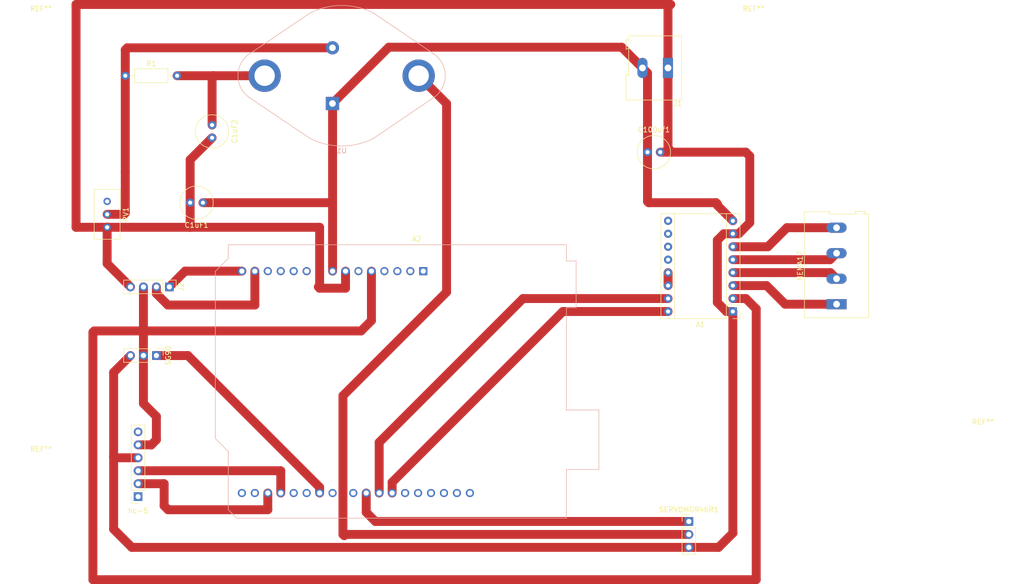
<source format=kicad_pcb>
(kicad_pcb (version 20211014) (generator pcbnew)
  (layers (0 "F.Cu" signal) (31 "B.Cu" signal) (34 "B.Paste" user) (35 "F.Paste" user) (36 "B.SilkS" user "B.Silkscreen") (37 "F.SilkS" user "F.Silkscreen") (38 "B.Mask" user) (39 "F.Mask" user) (44 "Edge.Cuts" user))
  (net 0 "")
  (net 5 "Net-(A1-Pad13)")
  (net 10 "Net-(A1-Pad3)")
  (net 15 "Net-(A1-Pad4)")
  (net 16 "Net-(A1-Pad5)")
  (net 21 "Net-(A1-Pad6)")
  (net 24 "A4")
  (net 31 "Net-(R1-Pad1)")
  (net 33 "7V")
  (net 36 "GND")
  (net 37 "+5V")
  (net 38 "+12V")
  (net 39 "A5")
  (net 40 "Net-(A2-Pad17)")
  (net 41 "Net-(A2-Pad18)")
  (net 42 "SG90")
  (net 43 "step")
  (net 44 "dir")
  (net 45 "servo MG946R")
  (footprint "Capacitor_THT:C_Radial_D6.3mm_H11.0mm_P2.50mm" (layer "F.Cu") (at 172.232 55.118)
    (fp_text reference "C100uf1" (at 1.25 -4.4) (layer "F.SilkS"))
    (fp_text value "C_Polarized")
    (fp_circle (center 1.25 0) (end 4.52 0) (layer "F.SilkS") (width 0.12) (fill none))
    (pad "1" thru_hole circle (at 0 0) (size 1.6 1.6) (drill 0.8) (layers *.Cu *.Mask) (net 38 "+12V"))
    (pad "2" thru_hole circle (at 2.5 0) (size 1.6 1.6) (drill 0.8) (layers *.Cu *.Mask) (net 36 "GND"))
  )
  (footprint "Capacitor_THT:C_Radial_D6.3mm_H11.0mm_P2.50mm" (layer "F.Cu") (at 85.07 65.024 180)
    (fp_text reference "C1uF1" (at 1.25 -4.4) (layer "F.SilkS"))
    (fp_text value "C_Polarized")
    (fp_circle (center 1.25 0) (end 4.52 0) (layer "F.SilkS") (width 0.12) (fill none))
    (pad "1" thru_hole circle (at 0 0 180) (size 1.6 1.6) (drill 0.8) (layers *.Cu *.Mask) (net 38 "+12V"))
    (pad "2" thru_hole circle (at 2.5 0 180) (size 1.6 1.6) (drill 0.8) (layers *.Cu *.Mask) (net 36 "GND"))
  )
  (footprint "Potentiometer_THT:Potentiometer_Bourns_3296W_Vertical" (layer "F.Cu") (at 66.294 69.85 -90)
    (fp_text reference "RV1" (at -2.54 -3.66 90) (layer "F.SilkS"))
    (fp_text value "R_Potentiometer 5K")
    (fp_line (start -7.425 -2.53) (end 2.345 -2.53) (layer "F.SilkS") (width 0.12))
    (fp_line (start 2.345 -2.53) (end 2.345 2.54) (layer "F.SilkS") (width 0.12))
    (fp_line (start -7.425 -2.53) (end -7.425 2.54) (layer "F.SilkS") (width 0.12))
    (fp_line (start -7.425 2.54) (end 2.345 2.54) (layer "F.SilkS") (width 0.12))
    (pad "1" thru_hole circle (at 0 0 270) (size 1.44 1.44) (drill 0.8) (layers *.Cu *.Mask) (net 36 "GND"))
    (pad "2" thru_hole circle (at -2.54 0 270) (size 1.44 1.44) (drill 0.8) (layers *.Cu *.Mask) (net 31 "Net-(R1-Pad1)"))
    (pad "3" thru_hole circle (at -5.08 0 270) (size 1.44 1.44) (drill 0.8) (layers *.Cu *.Mask))
  )
  (footprint "Resistor_THT:R_Axial_DIN0207_L6.3mm_D2.5mm_P10.16mm_Horizontal" (layer "F.Cu") (at 69.85 40.132)
    (fp_text reference "R1" (at 5.08 -2.37) (layer "F.SilkS"))
    (fp_text value "680ohm")
    (fp_line (start 1.04 0) (end 1.81 0) (layer "F.SilkS") (width 0.12))
    (fp_line (start 1.81 1.37) (end 8.35 1.37) (layer "F.SilkS") (width 0.12))
    (fp_line (start 8.35 -1.37) (end 1.81 -1.37) (layer "F.SilkS") (width 0.12))
    (fp_line (start 1.81 -1.37) (end 1.81 1.37) (layer "F.SilkS") (width 0.12))
    (fp_line (start 9.12 0) (end 8.35 0) (layer "F.SilkS") (width 0.12))
    (fp_line (start 8.35 1.37) (end 8.35 -1.37) (layer "F.SilkS") (width 0.12))
    (pad "1" thru_hole circle (at 0 0) (size 1.6 1.6) (drill 0.8) (layers *.Cu *.Mask) (net 31 "Net-(R1-Pad1)"))
    (pad "2" thru_hole oval (at 10.16 0) (size 1.6 1.6) (drill 0.8) (layers *.Cu *.Mask) (net 33 "7V"))
  )
  (footprint "MountingHole:MountingHole_2.5mm" (layer "F.Cu") (at 53.34 116.84)
    (fp_text reference "REF**" (at 0 -3.5) (layer "F.SilkS"))
    (fp_text value "MountingHole_2.5mm")
    (pad "" np_thru_hole circle (at 0 0) (size 2.5 2.5) (drill 2.5) (layers *.Cu *.Mask))
  )
  (footprint "Connector_PinSocket_2.54mm:PinSocket_1x06_P2.54mm_Vertical" (layer "F.Cu") (at 72.365 122.657 180)
    (fp_text reference "hc-5" (at 0 -2.77) (layer "F.SilkS"))
    (fp_text value "Conn_01x06_Female")
    (fp_line (start -1.33 1.27) (end 1.33 1.27) (layer "F.SilkS") (width 0.12))
    (fp_line (start 1.33 -1.33) (end 1.33 0) (layer "F.SilkS") (width 0.12))
    (fp_line (start 1.33 1.27) (end 1.33 14.03) (layer "F.SilkS") (width 0.12))
    (fp_line (start -1.33 1.27) (end -1.33 14.03) (layer "F.SilkS") (width 0.12))
    (fp_line (start -1.33 14.03) (end 1.33 14.03) (layer "F.SilkS") (width 0.12))
    (fp_line (start 0 -1.33) (end 1.33 -1.33) (layer "F.SilkS") (width 0.12))
    (pad "1" thru_hole rect (at 0 0 180) (size 1.7 1.7) (drill 1) (layers *.Cu *.Mask))
    (pad "2" thru_hole oval (at 0 2.54 180) (size 1.7 1.7) (drill 1) (layers *.Cu *.Mask) (net 40 "Net-(A2-Pad17)"))
    (pad "3" thru_hole oval (at 0 5.08 180) (size 1.7 1.7) (drill 1) (layers *.Cu *.Mask) (net 41 "Net-(A2-Pad18)"))
    (pad "4" thru_hole oval (at 0 7.62 180) (size 1.7 1.7) (drill 1) (layers *.Cu *.Mask) (net 36 "GND"))
    (pad "5" thru_hole oval (at 0 10.16 180) (size 1.7 1.7) (drill 1) (layers *.Cu *.Mask) (net 37 "+5V"))
    (pad "6" thru_hole oval (at 0 12.7 180) (size 1.7 1.7) (drill 1) (layers *.Cu *.Mask))
  )
  (footprint "MountingHole:MountingHole_2.5mm" (layer "F.Cu") (at 193.04 30.48)
    (fp_text reference "REF**" (at 0 -3.5) (layer "F.SilkS"))
    (fp_text value "MountingHole_2.5mm")
    (pad "" np_thru_hole circle (at 0 0) (size 2.5 2.5) (drill 2.5) (layers *.Cu *.Mask))
  )
  (footprint "TerminalBlock:TerminalBlock_Altech_AK300-4_P5.00mm" (layer "F.Cu") (at 209.296 84.93 90)
    (fp_text reference "NEMA17" (at 7.5 -7.15 90) (layer "F.SilkS"))
    (fp_text value "Conn_01x04_Female")
    (fp_line (start 17.65 5.35) (end 17.65 6.3) (layer "F.SilkS") (width 0.12))
    (fp_line (start 18.15 -6.3) (end 18.15 -1.25) (layer "F.SilkS") (width 0.12))
    (fp_line (start 17.65 6.3) (end -2.65 6.3) (layer "F.SilkS") (width 0.12))
    (fp_line (start 17.65 3.9) (end 18.2 3.6) (layer "F.SilkS") (width 0.12))
    (fp_line (start -2.65 6.3) (end -2.65 -6.3) (layer "F.SilkS") (width 0.12))
    (fp_line (start 17.65 -1.5) (end 17.65 3.9) (layer "F.SilkS") (width 0.12))
    (fp_line (start 18.15 -1.25) (end 17.65 -1.5) (layer "F.SilkS") (width 0.12))
    (fp_line (start 18.2 3.6) (end 18.2 5.65) (layer "F.SilkS") (width 0.12))
    (fp_line (start 18.2 5.65) (end 17.65 5.35) (layer "F.SilkS") (width 0.12))
    (fp_line (start -2.65 -6.3) (end 18.15 -6.3) (layer "F.SilkS") (width 0.12))
    (pad "1" thru_hole rect (at 0 0 90) (size 1.98 3.96) (drill 1.32) (layers *.Cu *.Mask) (net 10 "Net-(A1-Pad3)"))
    (pad "2" thru_hole oval (at 5 0 90) (size 1.98 3.96) (drill 1.32) (layers *.Cu *.Mask) (net 15 "Net-(A1-Pad4)"))
    (pad "3" thru_hole oval (at 10 0 90) (size 1.98 3.96) (drill 1.32) (layers *.Cu *.Mask) (net 16 "Net-(A1-Pad5)"))
    (pad "4" thru_hole oval (at 15 0 90) (size 1.98 3.96) (drill 1.32) (layers *.Cu *.Mask) (net 21 "Net-(A1-Pad6)"))
  )
  (footprint "Connector_PinHeader_2.54mm:PinHeader_1x04_P2.54mm_Vertical" (layer "F.Cu") (at 78.486 81.534 -90)
    (fp_text reference "J2" (at 0 -2.33 90) (layer "F.SilkS"))
    (fp_text value "Conn_01x04_Male")
    (fp_line (start -1.33 8.95) (end 1.33 8.95) (layer "F.SilkS") (width 0.12))
    (fp_line (start -1.33 1.27) (end 1.33 1.27) (layer "F.SilkS") (width 0.12))
    (fp_line (start -1.33 0) (end -1.33 -1.33) (layer "F.SilkS") (width 0.12))
    (fp_line (start -1.33 1.27) (end -1.33 8.95) (layer "F.SilkS") (width 0.12))
    (fp_line (start 1.33 1.27) (end 1.33 8.95) (layer "F.SilkS") (width 0.12))
    (fp_line (start -1.33 -1.33) (end 0 -1.33) (layer "F.SilkS") (width 0.12))
    (pad "1" thru_hole rect (at 0 0 270) (size 1.7 1.7) (drill 1) (layers *.Cu *.Mask) (net 39 "A5"))
    (pad "2" thru_hole oval (at 0 2.54 270) (size 1.7 1.7) (drill 1) (layers *.Cu *.Mask) (net 24 "A4"))
    (pad "3" thru_hole oval (at 0 5.08 270) (size 1.7 1.7) (drill 1) (layers *.Cu *.Mask) (net 37 "+5V"))
    (pad "4" thru_hole oval (at 0 7.62 270) (size 1.7 1.7) (drill 1) (layers *.Cu *.Mask) (net 36 "GND"))
  )
  (footprint "Capacitor_THT:C_Radial_D6.3mm_H11.0mm_P2.50mm" (layer "F.Cu") (at 86.868 49.804 -90)
    (fp_text reference "C1uF2" (at 1.25 -4.4 90) (layer "F.SilkS"))
    (fp_text value "C_Polarized")
    (fp_circle (center 1.25 0) (end 4.52 0) (layer "F.SilkS") (width 0.12) (fill none))
    (pad "1" thru_hole circle (at 0 0 270) (size 1.6 1.6) (drill 0.8) (layers *.Cu *.Mask) (net 33 "7V"))
    (pad "2" thru_hole circle (at 2.5 0 270) (size 1.6 1.6) (drill 0.8) (layers *.Cu *.Mask) (net 36 "GND"))
  )
  (footprint "Module:Pololu_Breakout-16_15.2x20.3mm" (layer "F.Cu") (at 188.966 86.36 180)
    (fp_text reference "A1" (at 6.35 -2.54) (layer "F.SilkS"))
    (fp_text value "Pololu_Breakout_A4988")
    (fp_line (start 1.27 1.27) (end -1.4 1.27) (layer "F.SilkS") (width 0.12))
    (fp_line (start 11.43 -1.4) (end 11.43 19.18) (layer "F.SilkS") (width 0.12))
    (fp_line (start 14.1 -1.4) (end 1.27 -1.4) (layer "F.SilkS") (width 0.12))
    (fp_line (start -1.4 -1.4) (end -1.4 0) (layer "F.SilkS") (width 0.12))
    (fp_line (start -1.4 19.18) (end 14.1 19.18) (layer "F.SilkS") (width 0.12))
    (fp_line (start 14.1 19.18) (end 14.1 -1.4) (layer "F.SilkS") (width 0.12))
    (fp_line (start -1.4 1.27) (end -1.4 19.18) (layer "F.SilkS") (width 0.12))
    (fp_line (start 1.27 -1.4) (end 1.27 1.27) (layer "F.SilkS") (width 0.12))
    (fp_line (start 1.27 1.27) (end 1.27 19.18) (layer "F.SilkS") (width 0.12))
    (fp_line (start 0 -1.4) (end -1.4 -1.4) (layer "F.SilkS") (width 0.12))
    (pad "1" thru_hole rect (at 0 0 180) (size 1.6 1.6) (drill 0.8) (layers *.Cu *.Mask) (net 36 "GND"))
    (pad "2" thru_hole oval (at 0 2.54 180) (size 1.6 1.6) (drill 0.8) (layers *.Cu *.Mask) (net 37 "+5V"))
    (pad "3" thru_hole oval (at 0 5.08 180) (size 1.6 1.6) (drill 0.8) (layers *.Cu *.Mask) (net 10 "Net-(A1-Pad3)"))
    (pad "4" thru_hole oval (at 0 7.62 180) (size 1.6 1.6) (drill 0.8) (layers *.Cu *.Mask) (net 15 "Net-(A1-Pad4)"))
    (pad "5" thru_hole oval (at 0 10.16 180) (size 1.6 1.6) (drill 0.8) (layers *.Cu *.Mask) (net 16 "Net-(A1-Pad5)"))
    (pad "6" thru_hole oval (at 0 12.7 180) (size 1.6 1.6) (drill 0.8) (layers *.Cu *.Mask) (net 21 "Net-(A1-Pad6)"))
    (pad "7" thru_hole oval (at 0 15.24 180) (size 1.6 1.6) (drill 0.8) (layers *.Cu *.Mask) (net 36 "GND"))
    (pad "8" thru_hole oval (at 0 17.78 180) (size 1.6 1.6) (drill 0.8) (layers *.Cu *.Mask) (net 38 "+12V"))
    (pad "9" thru_hole oval (at 12.7 17.78 180) (size 1.6 1.6) (drill 0.8) (layers *.Cu *.Mask))
    (pad "10" thru_hole oval (at 12.7 15.24 180) (size 1.6 1.6) (drill 0.8) (layers *.Cu *.Mask))
    (pad "11" thru_hole oval (at 12.7 12.7 180) (size 1.6 1.6) (drill 0.8) (layers *.Cu *.Mask))
    (pad "12" thru_hole oval (at 12.7 10.16 180) (size 1.6 1.6) (drill 0.8) (layers *.Cu *.Mask))
    (pad "13" thru_hole oval (at 12.7 7.62 180) (size 1.6 1.6) (drill 0.8) (layers *.Cu *.Mask) (net 5 "Net-(A1-Pad13)"))
    (pad "14" thru_hole oval (at 12.7 5.08 180) (size 1.6 1.6) (drill 0.8) (layers *.Cu *.Mask) (net 5 "Net-(A1-Pad13)"))
    (pad "15" thru_hole oval (at 12.7 2.54 180) (size 1.6 1.6) (drill 0.8) (layers *.Cu *.Mask) (net 43 "step"))
    (pad "16" thru_hole oval (at 12.7 0 180) (size 1.6 1.6) (drill 0.8) (layers *.Cu *.Mask) (net 44 "dir"))
  )
  (footprint "Connector_PinHeader_2.54mm:PinHeader_1x03_P2.54mm_Vertical" (layer "F.Cu") (at 180.34 127.523)
    (fp_text reference "SERVOMG946R1" (at 0 -2.33) (layer "F.SilkS"))
    (fp_text value "Conn_01x03_Male")
    (fp_line (start -1.33 -1.33) (end 0 -1.33) (layer "F.SilkS") (width 0.12))
    (fp_line (start -1.33 0) (end -1.33 -1.33) (layer "F.SilkS") (width 0.12))
    (fp_line (start 1.33 1.27) (end 1.33 6.41) (layer "F.SilkS") (width 0.12))
    (fp_line (start -1.33 6.41) (end 1.33 6.41) (layer "F.SilkS") (width 0.12))
    (fp_line (start -1.33 1.27) (end 1.33 1.27) (layer "F.SilkS") (width 0.12))
    (fp_line (start -1.33 1.27) (end -1.33 6.41) (layer "F.SilkS") (width 0.12))
    (pad "1" thru_hole rect (at 0 0) (size 1.7 1.7) (drill 1) (layers *.Cu *.Mask) (net 45 "servo MG946R"))
    (pad "2" thru_hole oval (at 0 2.54) (size 1.7 1.7) (drill 1) (layers *.Cu *.Mask) (net 33 "7V"))
    (pad "3" thru_hole oval (at 0 5.08) (size 1.7 1.7) (drill 1) (layers *.Cu *.Mask) (net 36 "GND"))
  )
  (footprint "MountingHole:MountingHole_2.5mm" (layer "F.Cu") (at 53.34 30.48)
    (fp_text reference "REF**" (at 0 -3.5) (layer "F.SilkS"))
    (fp_text value "MountingHole_2.5mm")
    (pad "" np_thru_hole circle (at 0 0) (size 2.5 2.5) (drill 2.5) (layers *.Cu *.Mask))
  )
  (footprint "MountingHole:MountingHole_2.5mm" (layer "F.Cu") (at 237.998 111.506)
    (fp_text reference "REF**" (at 0 -3.5) (layer "F.SilkS"))
    (fp_text value "MountingHole_2.5mm")
    (pad "" np_thru_hole circle (at 0 0) (size 2.5 2.5) (drill 2.5) (layers *.Cu *.Mask))
  )
  (footprint "Connector_PinHeader_2.54mm:PinHeader_1x03_P2.54mm_Vertical" (layer "F.Cu") (at 75.946 94.996 -90)
    (fp_text reference "SG90" (at 0 -2.33 90) (layer "F.SilkS"))
    (fp_text value "Conn_01x03_Male")
    (fp_line (start -1.33 1.27) (end 1.33 1.27) (layer "F.SilkS") (width 0.12))
    (fp_line (start -1.33 6.41) (end 1.33 6.41) (layer "F.SilkS") (width 0.12))
    (fp_line (start -1.33 -1.33) (end 0 -1.33) (layer "F.SilkS") (width 0.12))
    (fp_line (start -1.33 0) (end -1.33 -1.33) (layer "F.SilkS") (width 0.12))
    (fp_line (start 1.33 1.27) (end 1.33 6.41) (layer "F.SilkS") (width 0.12))
    (fp_line (start -1.33 1.27) (end -1.33 6.41) (layer "F.SilkS") (width 0.12))
    (pad "1" thru_hole rect (at 0 0 270) (size 1.7 1.7) (drill 1) (layers *.Cu *.Mask) (net 42 "SG90"))
    (pad "2" thru_hole oval (at 0 2.54 270) (size 1.7 1.7) (drill 1) (layers *.Cu *.Mask) (net 37 "+5V"))
    (pad "3" thru_hole oval (at 0 5.08 270) (size 1.7 1.7) (drill 1) (layers *.Cu *.Mask) (net 36 "GND"))
  )
  (footprint "TerminalBlock:TerminalBlock_Altech_AK300-2_P5.00mm" (layer "F.Cu") (at 176.247 38.608 180)
    (fp_text reference "J1" (at -1.92 -6.99) (layer "F.SilkS"))
    (fp_text value "Conn_01x02")
    (fp_line (start 8.2 3.7) (end 8.2 3.65) (layer "F.SilkS") (width 0.12))
    (fp_line (start 7.7 6.3) (end 7.7 5.35) (layer "F.SilkS") (width 0.12))
    (fp_line (start 8.2 -1.2) (end 8.2 -6.3) (layer "F.SilkS") (width 0.12))
    (fp_line (start 7.7 -1.5) (end 8.2 -1.2) (layer "F.SilkS") (width 0.12))
    (fp_line (start 7.7 5.35) (end 8.2 5.6) (layer "F.SilkS") (width 0.12))
    (fp_line (start 8.2 5.6) (end 8.2 3.7) (layer "F.SilkS") (width 0.12))
    (fp_line (start 7.7 3.9) (end 7.7 -1.5) (layer "F.SilkS") (width 0.12))
    (fp_line (start -2.65 -6.3) (end -2.65 6.3) (layer "F.SilkS") (width 0.12))
    (fp_line (start 8.2 -6.3) (end -2.65 -6.3) (layer "F.SilkS") (width 0.12))
    (fp_line (start 8.2 3.65) (end 7.7 3.9) (layer "F.SilkS") (width 0.12))
    (fp_line (start -2.65 6.3) (end 7.7 6.3) (layer "F.SilkS") (width 0.12))
    (pad "1" thru_hole rect (at 0 0 180) (size 1.98 3.96) (drill 1.32) (layers *.Cu *.Mask) (net 36 "GND"))
    (pad "2" thru_hole oval (at 5 0 180) (size 1.98 3.96) (drill 1.32) (layers *.Cu *.Mask) (net 38 "+12V"))
  )
  (footprint "Package_TO_SOT_THT:TO-3-nuevo" (layer "B.Cu") (at 110.468 45.582)
    (fp_text reference "U1" (at 1.8 9.25) (layer "B.SilkS") (effects (justify mirror)))
    (fp_text value "LM337_TO3")
    (fp_line (start 8.1 6.8) (end 19.9 -1.2) (layer "B.SilkS") (width 0.12))
    (fp_line (start 8.1 -17.7) (end 19.9 -9.7) (layer "B.SilkS") (width 0.12))
    (fp_line (start -4.3 -17.8) (end -16.3 -9.7) (layer "B.SilkS") (width 0.12))
    (fp_line (start -4.3 6.9) (end -16.2 -1.1) (layer "B.SilkS") (width 0.12))
    (fp_arc (start -4.3 -17.8) (mid 1.971643 -19.223273) (end 8.20587 -17.644152) (layer "B.SilkS") (width 0.12))
    (fp_arc (start -16.2 -1.1) (mid -18.527843 -5.403471) (end -16.276967 -9.747694) (layer "B.SilkS") (width 0.12))
    (fp_arc (start 8.20587 6.744152) (mid 1.971643 8.323273) (end -4.3 6.9) (layer "B.SilkS") (width 0.12))
    (fp_arc (start 19.747176 -9.803859) (mid 22.101343 -5.542388) (end 19.9 -1.2) (layer "B.SilkS") (width 0.12))
    (pad "1" thru_hole circle (at 0 -10.92) (size 2.6 2.6) (drill 1.3) (layers *.Cu *.Mask) (net 31 "Net-(R1-Pad1)"))
    (pad "2" thru_hole circle (at -13.3 -5.45) (size 6.35 6.35) (drill 4) (layers *.Cu *.Mask) (net 33 "7V"))
    (pad "2" thru_hole circle (at 16.9 -5.45) (size 6.35 6.35) (drill 4) (layers *.Cu *.Mask) (net 33 "7V"))
    (pad "3" thru_hole rect (at 0 0) (size 2.6 2.6) (drill 1.3) (layers *.Cu *.Mask) (net 38 "+12V"))
  )
  (footprint "Module:Arduino_UNO_R3 modificado" (layer "B.Cu") (at 128.27 75.946 180)
    (fp_text reference "A2" (at 1.27 3.81) (layer "F.SilkS"))
    (fp_text value "Arduino_UNO_R3")
    (fp_line (start -28.07 -41.4) (end -28.07 -50.93) (layer "B.SilkS") (width 0.12))
    (fp_line (start -34.42 -29.72) (end -34.42 -41.4) (layer "B.SilkS") (width 0.12))
    (fp_line (start -28.07 -9.65) (end -28.07 -29.72) (layer "B.SilkS") (width 0.12))
    (fp_line (start -28.07 -29.72) (end -34.42 -29.72) (layer "B.SilkS") (width 0.12))
    (fp_line (start 38.23 -49.28) (end 38.23 -37.85) (layer "B.SilkS") (width 0.12))
    (fp_line (start 38.23 0) (end 38.23 2.67) (layer "B.SilkS") (width 0.12))
    (fp_line (start -28.07 -50.93) (end 36.58 -50.93) (layer "B.SilkS") (width 0.12))
    (fp_line (start 40.77 -2.54) (end 38.23 0) (layer "B.SilkS") (width 0.12))
    (fp_line (start -29.97 -9.65) (end -28.07 -9.65) (layer "B.SilkS") (width 0.12))
    (fp_line (start 36.58 -50.93) (end 38.23 -49.28) (layer "B.SilkS") (width 0.12))
    (fp_line (start 38.23 -37.85) (end 40.77 -35.31) (layer "B.SilkS") (width 0.12))
    (fp_line (start -29.97 -0.51) (end -29.97 -9.65) (layer "B.SilkS") (width 0.12))
    (fp_line (start 38.23 2.67) (end -28.07 2.67) (layer "B.SilkS") (width 0.12))
    (fp_line (start 40.77 -35.31) (end 40.77 -2.54) (layer "B.SilkS") (width 0.12))
    (fp_line (start -28.07 2.67) (end -28.07 -0.51) (layer "B.SilkS") (width 0.12))
    (fp_line (start -34.42 -41.4) (end -28.07 -41.4) (layer "B.SilkS") (width 0.12))
    (fp_line (start -28.07 -0.51) (end -29.97 -0.51) (layer "B.SilkS") (width 0.12))
    (pad "1" thru_hole rect (at 0 -2.5 90) (size 1.6 1.6) (drill 1) (layers *.Cu *.Mask))
    (pad "2" thru_hole oval (at 2.54 -2.5 90) (size 1.6 1.6) (drill 1) (layers *.Cu *.Mask))
    (pad "3" thru_hole oval (at 5.08 -2.5 90) (size 1.6 1.6) (drill 1) (layers *.Cu *.Mask))
    (pad "4" thru_hole oval (at 7.62 -2.5 90) (size 1.6 1.6) (drill 1) (layers *.Cu *.Mask))
    (pad "5" thru_hole oval (at 10.16 -2.5 90) (size 1.6 1.6) (drill 1) (layers *.Cu *.Mask) (net 37 "+5V"))
    (pad "6" thru_hole oval (at 12.7 -2.5 90) (size 1.6 1.6) (drill 1) (layers *.Cu *.Mask) (net 36 "GND"))
    (pad "7" thru_hole oval (at 15.24 -2.5 90) (size 1.6 1.6) (drill 1) (layers *.Cu *.Mask) (net 36 "GND"))
    (pad "8" thru_hole oval (at 17.78 -2.5 90) (size 1.6 1.6) (drill 1) (layers *.Cu *.Mask) (net 38 "+12V"))
    (pad "9" thru_hole oval (at 22.86 -2.5 90) (size 1.6 1.6) (drill 1) (layers *.Cu *.Mask))
    (pad "10" thru_hole oval (at 25.4 -2.5 90) (size 1.6 1.6) (drill 1) (layers *.Cu *.Mask))
    (pad "11" thru_hole oval (at 27.94 -2.5 90) (size 1.6 1.6) (drill 1) (layers *.Cu *.Mask))
    (pad "12" thru_hole oval (at 30.48 -2.5 90) (size 1.6 1.6) (drill 1) (layers *.Cu *.Mask))
    (pad "13" thru_hole oval (at 33.02 -2.5 90) (size 1.6 1.6) (drill 1) (layers *.Cu *.Mask) (net 24 "A4"))
    (pad "14" thru_hole oval (at 35.56 -2.5 90) (size 1.6 1.6) (drill 1) (layers *.Cu *.Mask) (net 39 "A5"))
    (pad "15" thru_hole oval (at 35.56 -46 90) (size 1.6 1.6) (drill 1) (layers *.Cu *.Mask))
    (pad "16" thru_hole oval (at 33.02 -46 90) (size 1.6 1.6) (drill 1) (layers *.Cu *.Mask))
    (pad "17" thru_hole oval (at 30.48 -46 90) (size 1.6 1.6) (drill 1) (layers *.Cu *.Mask) (net 40 "Net-(A2-Pad17)"))
    (pad "18" thru_hole oval (at 27.94 -46 90) (size 1.6 1.6) (drill 1) (layers *.Cu *.Mask) (net 41 "Net-(A2-Pad18)"))
    (pad "19" thru_hole oval (at 25.4 -46 90) (size 1.6 1.6) (drill 1) (layers *.Cu *.Mask))
    (pad "20" thru_hole oval (at 22.86 -46 90) (size 1.6 1.6) (drill 1) (layers *.Cu *.Mask))
    (pad "21" thru_hole oval (at 20.32 -46 90) (size 1.6 1.6) (drill 1) (layers *.Cu *.Mask) (net 42 "SG90"))
    (pad "22" thru_hole oval (at 17.78 -46 90) (size 1.6 1.6) (drill 1) (layers *.Cu *.Mask))
    (pad "23" thru_hole oval (at 13.72 -46 90) (size 1.6 1.6) (drill 1) (layers *.Cu *.Mask))
    (pad "24" thru_hole oval (at 11.18 -46 90) (size 1.6 1.6) (drill 1) (layers *.Cu *.Mask) (net 45 "servo MG946R"))
    (pad "25" thru_hole oval (at 8.64 -46 90) (size 1.6 1.6) (drill 1) (layers *.Cu *.Mask) (net 43 "step"))
    (pad "26" thru_hole oval (at 6.1 -46 90) (size 1.6 1.6) (drill 1) (layers *.Cu *.Mask) (net 44 "dir"))
    (pad "27" thru_hole oval (at 3.56 -46 90) (size 1.6 1.6) (drill 1) (layers *.Cu *.Mask))
    (pad "28" thru_hole oval (at 1.02 -46 90) (size 1.6 1.6) (drill 1) (layers *.Cu *.Mask))
    (pad "29" thru_hole oval (at -1.52 -46 90) (size 1.6 1.6) (drill 1) (layers *.Cu *.Mask))
    (pad "30" thru_hole oval (at -4.06 -46 90) (size 1.6 1.6) (drill 1) (layers *.Cu *.Mask))
    (pad "31" thru_hole oval (at -6.6 -46 90) (size 1.6 1.6) (drill 1) (layers *.Cu *.Mask))
    (pad "32" thru_hole oval (at -9.14 -46 90) (size 1.6 1.6) (drill 1) (layers *.Cu *.Mask))
  )
  (segment (start 176.266 78.74) (end 176.266 81.28) (width 1.75) (layer "F.Cu") (net 5))
  (segment (start 209.296 84.93) (end 199.23 84.93) (width 1.75) (layer "F.Cu") (net 10))
  (segment (start 199.23 84.93) (end 195.58 81.28) (width 1.75) (layer "F.Cu") (net 10))
  (segment (start 195.58 81.28) (end 188.966 81.28) (width 1.75) (layer "F.Cu") (net 10))
  (segment (start 188.966 78.74) (end 208.106 78.74) (width 1.75) (layer "F.Cu") (net 15))
  (segment (start 208.106 78.74) (end 209.296 79.93) (width 1.75) (layer "F.Cu") (net 15))
  (segment (start 208.026 76.2) (end 209.296 74.93) (width 1.75) (layer "F.Cu") (net 16))
  (segment (start 188.966 76.2) (end 208.026 76.2) (width 1.75) (layer "F.Cu") (net 16))
  (segment (start 199.564 69.93) (end 209.296 69.93) (width 1.75) (layer "F.Cu") (net 21))
  (segment (start 188.966 73.66) (end 195.834 73.66) (width 1.75) (layer "F.Cu") (net 21))
  (segment (start 195.834 73.66) (end 199.564 69.93) (width 1.75) (layer "F.Cu") (net 21))
  (segment (start 95.25 85.09) (end 95.25 78.446) (width 1.75) (layer "F.Cu") (net 24))
  (segment (start 75.946 82.844) (end 78.192 85.09) (width 1.75) (layer "F.Cu") (net 24))
  (segment (start 78.192 85.09) (end 95.25 85.09) (width 1.75) (layer "F.Cu") (net 24))
  (segment (start 75.946 81.534) (end 75.946 82.844) (width 1.75) (layer "F.Cu") (net 24))
  (segment (start 66.294 67.31) (end 69.596 67.31) (width 1.75) (layer "F.Cu") (net 31))
  (segment (start 110.468 34.662) (end 70.24 34.662) (width 1.75) (layer "F.Cu") (net 31))
  (segment (start 69.85 35.052) (end 69.85 40.132) (width 1.75) (layer "F.Cu") (net 31))
  (segment (start 69.85 67.056) (end 69.85 58.928) (width 1.75) (layer "F.Cu") (net 31))
  (segment (start 69.85 40.132) (end 69.85 58.928) (width 1.75) (layer "F.Cu") (net 31))
  (segment (start 69.596 67.31) (end 69.85 67.056) (width 1.75) (layer "F.Cu") (net 31))
  (segment (start 70.24 34.662) (end 69.85 35.052) (width 1.75) (layer "F.Cu") (net 31))
  (segment (start 113.015 130.063) (end 112.776 130.302) (width 1.75) (layer "F.Cu") (net 33))
  (segment (start 132.842 45.606) (end 127.368 40.132) (width 1.75) (layer "F.Cu") (net 33))
  (segment (start 97.168 40.132) (end 87.122 40.132) (width 1.75) (layer "F.Cu") (net 33))
  (segment (start 112.522 102.87) (end 132.842 82.55) (width 1.75) (layer "F.Cu") (net 33))
  (segment (start 112.522 130.048) (end 112.522 102.87) (width 1.75) (layer "F.Cu") (net 33))
  (segment (start 112.776 130.302) (end 112.522 130.048) (width 1.75) (layer "F.Cu") (net 33))
  (segment (start 86.868 40.386) (end 87.122 40.132) (width 1.75) (layer "F.Cu") (net 33))
  (segment (start 180.34 130.063) (end 113.015 130.063) (width 1.75) (layer "F.Cu") (net 33))
  (segment (start 87.122 40.132) (end 80.01 40.132) (width 1.75) (layer "F.Cu") (net 33))
  (segment (start 132.842 82.55) (end 132.842 45.606) (width 1.75) (layer "F.Cu") (net 33))
  (segment (start 86.868 49.804) (end 86.868 40.386) (width 1.75) (layer "F.Cu") (net 33))
  (segment (start 107.95 69.85) (end 82.55 69.85) (width 1.75) (layer "F.Cu") (net 36))
  (segment (start 186.167 132.603) (end 188.976 129.794) (width 1.75) (layer "F.Cu") (net 36))
  (segment (start 107.95 81.788) (end 107.696 81.534) (width 1.75) (layer "F.Cu") (net 36))
  (segment (start 67.564 114.808) (end 67.793 115.037) (width 1.75) (layer "F.Cu") (net 36))
  (segment (start 176.247 54.327) (end 176.247 38.608) (width 1.75) (layer "F.Cu") (net 36))
  (segment (start 60.198 26.162) (end 60.198 69.85) (width 1.75) (layer "F.Cu") (net 36))
  (segment (start 176.784 26.162) (end 60.198 26.162) (width 1.75) (layer "F.Cu") (net 36))
  (segment (start 188.966 129.784) (end 188.966 86.36) (width 1.75) (layer "F.Cu") (net 36))
  (segment (start 177.038 55.118) (end 174.732 55.118) (width 1.75) (layer "F.Cu") (net 36))
  (segment (start 188.966 86.36) (end 187.706 86.36) (width 1.75) (layer "F.Cu") (net 36))
  (segment (start 66.294 69.85) (end 66.294 76.962) (width 1.75) (layer "F.Cu") (net 36))
  (segment (start 185.928 84.582) (end 185.928 72.39) (width 1.75) (layer "F.Cu") (net 36))
  (segment (start 86.868 52.304) (end 82.57 56.602) (width 1.75) (layer "F.Cu") (net 36))
  (segment (start 67.564 98.298) (end 67.564 114.808) (width 1.75) (layer "F.Cu") (net 36))
  (segment (start 67.564 129.032) (end 67.564 114.808) (width 1.75) (layer "F.Cu") (net 36))
  (segment (start 66.314 69.83) (end 66.294 69.85) (width 1.75) (layer "F.Cu") (net 36))
  (segment (start 71.135 132.603) (end 67.564 129.032) (width 1.75) (layer "F.Cu") (net 36))
  (segment (start 188.976 129.794) (end 188.966 129.784) (width 1.75) (layer "F.Cu") (net 36))
  (segment (start 185.928 72.39) (end 187.198 71.12) (width 1.75) (layer "F.Cu") (net 36))
  (segment (start 176.247 26.699) (end 176.784 26.162) (width 1.75) (layer "F.Cu") (net 36))
  (segment (start 70.866 94.996) (end 67.564 98.298) (width 1.75) (layer "F.Cu") (net 36))
  (segment (start 107.95 81.788) (end 107.95 69.85) (width 1.75) (layer "F.Cu") (net 36))
  (segment (start 82.55 69.85) (end 66.294 69.85) (width 1.75) (layer "F.Cu") (net 36))
  (segment (start 60.198 69.85) (end 66.294 69.85) (width 1.75) (layer "F.Cu") (net 36))
  (segment (start 191.516 55.118) (end 177.038 55.118) (width 1.75) (layer "F.Cu") (net 36))
  (segment (start 176.247 38.608) (end 176.247 26.699) (width 1.75) (layer "F.Cu") (net 36))
  (segment (start 180.34 132.603) (end 71.135 132.603) (width 1.75) (layer "F.Cu") (net 36))
  (segment (start 187.198 71.12) (end 188.966 71.12) (width 1.75) (layer "F.Cu") (net 36))
  (segment (start 190.09737 71.12) (end 192.278 68.93937) (width 1.75) (layer "F.Cu") (net 36))
  (segment (start 187.706 86.36) (end 185.928 84.582) (width 1.75) (layer "F.Cu") (net 36))
  (segment (start 113.03 81.788) (end 107.95 81.788) (width 1.75) (layer "F.Cu") (net 36))
  (segment (start 82.57 69.83) (end 82.55 69.85) (width 1.75) (layer "F.Cu") (net 36))
  (segment (start 67.793 115.037) (end 72.365 115.037) (width 1.75) (layer "F.Cu") (net 36))
  (segment (start 113.03 78.446) (end 113.03 81.788) (width 1.75) (layer "F.Cu") (net 36))
  (segment (start 180.34 132.603) (end 186.167 132.603) (width 1.75) (layer "F.Cu") (net 36))
  (segment (start 82.57 56.602) (end 82.57 65.024) (width 1.75) (layer "F.Cu") (net 36))
  (segment (start 192.278 68.93937) (end 192.278 55.88) (width 1.75) (layer "F.Cu") (net 36))
  (segment (start 192.278 55.88) (end 191.516 55.118) (width 1.75) (layer "F.Cu") (net 36))
  (segment (start 188.966 71.12) (end 190.09737 71.12) (width 1.75) (layer "F.Cu") (net 36))
  (segment (start 177.038 55.118) (end 176.247 54.327) (width 1.75) (layer "F.Cu") (net 36))
  (segment (start 66.294 76.962) (end 70.866 81.534) (width 1.75) (layer "F.Cu") (net 36))
  (segment (start 82.57 69.83) (end 82.57 65.024) (width 1.75) (layer "F.Cu") (net 36))
  (segment (start 73.406 81.534) (end 73.406 90.17) (width 1.75) (layer "F.Cu") (net 37))
  (segment (start 118.11 88.138) (end 118.11 78.446) (width 1.75) (layer "F.Cu") (net 37))
  (segment (start 75.946 111.506) (end 75.946 106.934) (width 1.75) (layer "F.Cu") (net 37))
  (segment (start 73.406 104.394) (end 73.406 94.996) (width 1.75) (layer "F.Cu") (net 37))
  (segment (start 63.5 90.424) (end 63.754 90.17) (width 1.75) (layer "F.Cu") (net 37))
  (segment (start 72.365 112.497) (end 74.905 112.497) (width 1.75) (layer "F.Cu") (net 37))
  (segment (start 191.516 83.82) (end 193.548 85.852) (width 1.75) (layer "F.Cu") (net 37))
  (segment (start 116.078 90.17) (end 118.11 88.138) (width 1.75) (layer "F.Cu") (net 37))
  (segment (start 74.93 112.522) (end 75.946 111.506) (width 1.75) (layer "F.Cu") (net 37))
  (segment (start 74.905 112.497) (end 74.93 112.522) (width 1.75) (layer "F.Cu") (net 37))
  (segment (start 73.406 90.17) (end 116.078 90.17) (width 1.75) (layer "F.Cu") (net 37))
  (segment (start 63.5 138.938) (end 63.5 90.424) (width 1.75) (layer "F.Cu") (net 37))
  (segment (start 73.406 90.17) (end 73.406 94.996) (width 1.75) (layer "F.Cu") (net 37))
  (segment (start 193.548 138.938) (end 63.5 138.938) (width 1.75) (layer "F.Cu") (net 37))
  (segment (start 75.946 106.934) (end 73.406 104.394) (width 1.75) (layer "F.Cu") (net 37))
  (segment (start 188.966 83.82) (end 191.516 83.82) (width 1.75) (layer "F.Cu") (net 37))
  (segment (start 63.754 90.17) (end 73.406 90.17) (width 1.75) (layer "F.Cu") (net 37))
  (segment (start 193.548 85.852) (end 193.548 138.938) (width 1.75) (layer "F.Cu") (net 37))
  (segment (start 110.49 78.446) (end 110.49 65.024) (width 1.75) (layer "F.Cu") (net 38))
  (segment (start 110.468 45.582) (end 121.506 34.544) (width 1.75) (layer "F.Cu") (net 38))
  (segment (start 185.928 65.278) (end 185.674 65.024) (width 1.75) (layer "F.Cu") (net 38))
  (segment (start 85.07 65.024) (end 110.49 65.024) (width 1.75) (layer "F.Cu") (net 38))
  (segment (start 172.466 65.024) (end 172.232 64.79) (width 1.75) (layer "F.Cu") (net 38))
  (segment (start 110.49 65.024) (end 110.49 45.604) (width 1.75) (layer "F.Cu") (net 38))
  (segment (start 172.232 39.593) (end 171.247 38.608) (width 1.75) (layer "F.Cu") (net 38))
  (segment (start 185.674 65.024) (end 172.466 65.024) (width 1.75) (layer "F.Cu") (net 38))
  (segment (start 172.232 55.118) (end 172.232 39.593) (width 1.75) (layer "F.Cu") (net 38))
  (segment (start 110.49 45.604) (end 110.468 45.582) (width 1.75) (layer "F.Cu") (net 38))
  (segment (start 121.506 34.544) (end 167.183 34.544) (width 1.75) (layer "F.Cu") (net 38))
  (segment (start 172.232 64.79) (end 172.232 55.118) (width 1.75) (layer "F.Cu") (net 38))
  (segment (start 167.183 34.544) (end 171.247 38.608) (width 1.75) (layer "F.Cu") (net 38))
  (segment (start 188.966 68.58) (end 185.928 65.542) (width 1.75) (layer "F.Cu") (net 38))
  (segment (start 185.928 65.542) (end 185.928 65.278) (width 1.75) (layer "F.Cu") (net 38))
  (segment (start 81.574 78.446) (end 78.486 81.534) (width 1.75) (layer "F.Cu") (net 39))
  (segment (start 92.71 78.446) (end 81.574 78.446) (width 1.75) (layer "F.Cu") (net 39))
  (segment (start 77.47 124.46) (end 77.47 120.142) (width 1.75) (layer "F.Cu") (net 40))
  (segment (start 77.445 120.117) (end 72.365 120.117) (width 1.75) (layer "F.Cu") (net 40))
  (segment (start 97.79 125.222) (end 78.232 125.222) (width 1.75) (layer "F.Cu") (net 40))
  (segment (start 77.47 120.142) (end 77.445 120.117) (width 1.75) (layer "F.Cu") (net 40))
  (segment (start 78.232 125.222) (end 77.47 124.46) (width 1.75) (layer "F.Cu") (net 40))
  (segment (start 97.79 121.946) (end 97.79 125.222) (width 1.75) (layer "F.Cu") (net 40))
  (segment (start 100.33 117.602) (end 100.33 121.946) (width 1.75) (layer "F.Cu") (net 41))
  (segment (start 100.305 117.577) (end 100.33 117.602) (width 1.75) (layer "F.Cu") (net 41))
  (segment (start 72.365 117.577) (end 100.305 117.577) (width 1.75) (layer "F.Cu") (net 41))
  (segment (start 107.95 120.81463) (end 82.13137 94.996) (width 1.75) (layer "F.Cu") (net 42))
  (segment (start 82.13137 94.996) (end 75.946 94.996) (width 1.75) (layer "F.Cu") (net 42))
  (segment (start 107.95 121.946) (end 107.95 120.81463) (width 1.75) (layer "F.Cu") (net 42))
  (segment (start 147.828 83.82) (end 119.63 112.018) (width 1.75) (layer "F.Cu") (net 43))
  (segment (start 176.266 83.82) (end 147.828 83.82) (width 1.75) (layer "F.Cu") (net 43))
  (segment (start 119.63 112.018) (end 119.63 121.946) (width 1.75) (layer "F.Cu") (net 43))
  (segment (start 122.17 119.833235) (end 122.17 121.946) (width 1.75) (layer "F.Cu") (net 44))
  (segment (start 176.266 86.36) (end 155.643235 86.36) (width 1.75) (layer "F.Cu") (net 44))
  (segment (start 155.643235 86.36) (end 122.17 119.833235) (width 1.75) (layer "F.Cu") (net 44))
  (segment (start 117.09 125.726) (end 117.09 121.946) (width 1.75) (layer "F.Cu") (net 45))
  (segment (start 180.34 127.523) (end 118.887 127.523) (width 1.75) (layer "F.Cu") (net 45))
  (segment (start 118.887 127.523) (end 117.09 125.726) (width 1.75) (layer "F.Cu") (net 45))
)
</source>
